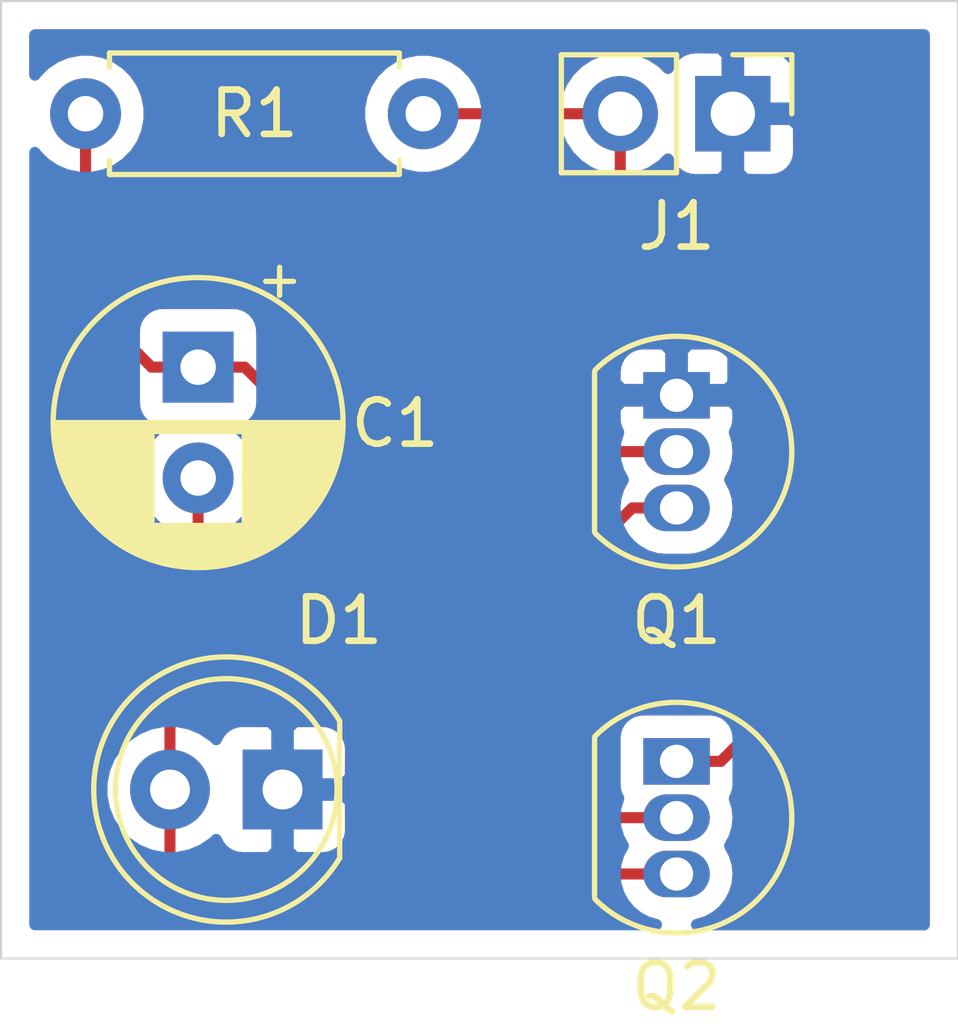
<source format=kicad_pcb>
(kicad_pcb (version 20171130) (host pcbnew "(5.1.5)-3")

  (general
    (thickness 1.6)
    (drawings 4)
    (tracks 29)
    (zones 0)
    (modules 6)
    (nets 6)
  )

  (page A4)
  (layers
    (0 F.Cu signal)
    (31 B.Cu signal)
    (32 B.Adhes user hide)
    (33 F.Adhes user hide)
    (34 B.Paste user hide)
    (35 F.Paste user hide)
    (36 B.SilkS user)
    (37 F.SilkS user)
    (38 B.Mask user)
    (39 F.Mask user)
    (40 Dwgs.User user hide)
    (41 Cmts.User user hide)
    (42 Eco1.User user hide)
    (43 Eco2.User user hide)
    (44 Edge.Cuts user)
    (45 Margin user hide)
    (46 B.CrtYd user)
    (47 F.CrtYd user)
    (48 B.Fab user hide)
    (49 F.Fab user hide)
  )

  (setup
    (last_trace_width 0.25)
    (trace_clearance 0.2)
    (zone_clearance 0.508)
    (zone_45_only no)
    (trace_min 0.2)
    (via_size 0.8)
    (via_drill 0.4)
    (via_min_size 0.4)
    (via_min_drill 0.3)
    (uvia_size 0.3)
    (uvia_drill 0.1)
    (uvias_allowed no)
    (uvia_min_size 0.2)
    (uvia_min_drill 0.1)
    (edge_width 0.05)
    (segment_width 0.2)
    (pcb_text_width 0.3)
    (pcb_text_size 1.5 1.5)
    (mod_edge_width 0.12)
    (mod_text_size 1 1)
    (mod_text_width 0.15)
    (pad_size 1.524 1.524)
    (pad_drill 0.762)
    (pad_to_mask_clearance 0.051)
    (solder_mask_min_width 0.25)
    (aux_axis_origin 0 0)
    (visible_elements FFFFFF7F)
    (pcbplotparams
      (layerselection 0x010f0_ffffffff)
      (usegerberextensions false)
      (usegerberattributes false)
      (usegerberadvancedattributes false)
      (creategerberjobfile false)
      (excludeedgelayer true)
      (linewidth 0.100000)
      (plotframeref false)
      (viasonmask false)
      (mode 1)
      (useauxorigin false)
      (hpglpennumber 1)
      (hpglpenspeed 20)
      (hpglpendiameter 15.000000)
      (psnegative false)
      (psa4output false)
      (plotreference true)
      (plotvalue true)
      (plotinvisibletext false)
      (padsonsilk false)
      (subtractmaskfromsilk false)
      (outputformat 1)
      (mirror false)
      (drillshape 0)
      (scaleselection 1)
      (outputdirectory ""))
  )

  (net 0 "")
  (net 1 "Net-(C1-Pad1)")
  (net 2 "Net-(C1-Pad2)")
  (net 3 GND)
  (net 4 +5V)
  (net 5 "Net-(Q1-Pad3)")

  (net_class Default "This is the default net class."
    (clearance 0.2)
    (trace_width 0.25)
    (via_dia 0.8)
    (via_drill 0.4)
    (uvia_dia 0.3)
    (uvia_drill 0.1)
    (add_net +5V)
    (add_net GND)
    (add_net "Net-(C1-Pad1)")
    (add_net "Net-(C1-Pad2)")
    (add_net "Net-(Q1-Pad3)")
  )

  (module Capacitor_THT:CP_Radial_D6.3mm_P2.50mm (layer F.Cu) (tedit 5AE50EF0) (tstamp 5EBEB2E0)
    (at 83.185 108.585 270)
    (descr "CP, Radial series, Radial, pin pitch=2.50mm, , diameter=6.3mm, Electrolytic Capacitor")
    (tags "CP Radial series Radial pin pitch 2.50mm  diameter 6.3mm Electrolytic Capacitor")
    (path /5EBE4DE5)
    (fp_text reference C1 (at 1.27 -4.445 180) (layer F.SilkS)
      (effects (font (size 1 1) (thickness 0.15)))
    )
    (fp_text value 4.7uF (at 1.25 4.4 90) (layer F.Fab)
      (effects (font (size 1 1) (thickness 0.15)))
    )
    (fp_circle (center 1.25 0) (end 4.4 0) (layer F.Fab) (width 0.1))
    (fp_circle (center 1.25 0) (end 4.52 0) (layer F.SilkS) (width 0.12))
    (fp_circle (center 1.25 0) (end 4.65 0) (layer F.CrtYd) (width 0.05))
    (fp_line (start -1.443972 -1.3735) (end -0.813972 -1.3735) (layer F.Fab) (width 0.1))
    (fp_line (start -1.128972 -1.6885) (end -1.128972 -1.0585) (layer F.Fab) (width 0.1))
    (fp_line (start 1.25 -3.23) (end 1.25 3.23) (layer F.SilkS) (width 0.12))
    (fp_line (start 1.29 -3.23) (end 1.29 3.23) (layer F.SilkS) (width 0.12))
    (fp_line (start 1.33 -3.23) (end 1.33 3.23) (layer F.SilkS) (width 0.12))
    (fp_line (start 1.37 -3.228) (end 1.37 3.228) (layer F.SilkS) (width 0.12))
    (fp_line (start 1.41 -3.227) (end 1.41 3.227) (layer F.SilkS) (width 0.12))
    (fp_line (start 1.45 -3.224) (end 1.45 3.224) (layer F.SilkS) (width 0.12))
    (fp_line (start 1.49 -3.222) (end 1.49 -1.04) (layer F.SilkS) (width 0.12))
    (fp_line (start 1.49 1.04) (end 1.49 3.222) (layer F.SilkS) (width 0.12))
    (fp_line (start 1.53 -3.218) (end 1.53 -1.04) (layer F.SilkS) (width 0.12))
    (fp_line (start 1.53 1.04) (end 1.53 3.218) (layer F.SilkS) (width 0.12))
    (fp_line (start 1.57 -3.215) (end 1.57 -1.04) (layer F.SilkS) (width 0.12))
    (fp_line (start 1.57 1.04) (end 1.57 3.215) (layer F.SilkS) (width 0.12))
    (fp_line (start 1.61 -3.211) (end 1.61 -1.04) (layer F.SilkS) (width 0.12))
    (fp_line (start 1.61 1.04) (end 1.61 3.211) (layer F.SilkS) (width 0.12))
    (fp_line (start 1.65 -3.206) (end 1.65 -1.04) (layer F.SilkS) (width 0.12))
    (fp_line (start 1.65 1.04) (end 1.65 3.206) (layer F.SilkS) (width 0.12))
    (fp_line (start 1.69 -3.201) (end 1.69 -1.04) (layer F.SilkS) (width 0.12))
    (fp_line (start 1.69 1.04) (end 1.69 3.201) (layer F.SilkS) (width 0.12))
    (fp_line (start 1.73 -3.195) (end 1.73 -1.04) (layer F.SilkS) (width 0.12))
    (fp_line (start 1.73 1.04) (end 1.73 3.195) (layer F.SilkS) (width 0.12))
    (fp_line (start 1.77 -3.189) (end 1.77 -1.04) (layer F.SilkS) (width 0.12))
    (fp_line (start 1.77 1.04) (end 1.77 3.189) (layer F.SilkS) (width 0.12))
    (fp_line (start 1.81 -3.182) (end 1.81 -1.04) (layer F.SilkS) (width 0.12))
    (fp_line (start 1.81 1.04) (end 1.81 3.182) (layer F.SilkS) (width 0.12))
    (fp_line (start 1.85 -3.175) (end 1.85 -1.04) (layer F.SilkS) (width 0.12))
    (fp_line (start 1.85 1.04) (end 1.85 3.175) (layer F.SilkS) (width 0.12))
    (fp_line (start 1.89 -3.167) (end 1.89 -1.04) (layer F.SilkS) (width 0.12))
    (fp_line (start 1.89 1.04) (end 1.89 3.167) (layer F.SilkS) (width 0.12))
    (fp_line (start 1.93 -3.159) (end 1.93 -1.04) (layer F.SilkS) (width 0.12))
    (fp_line (start 1.93 1.04) (end 1.93 3.159) (layer F.SilkS) (width 0.12))
    (fp_line (start 1.971 -3.15) (end 1.971 -1.04) (layer F.SilkS) (width 0.12))
    (fp_line (start 1.971 1.04) (end 1.971 3.15) (layer F.SilkS) (width 0.12))
    (fp_line (start 2.011 -3.141) (end 2.011 -1.04) (layer F.SilkS) (width 0.12))
    (fp_line (start 2.011 1.04) (end 2.011 3.141) (layer F.SilkS) (width 0.12))
    (fp_line (start 2.051 -3.131) (end 2.051 -1.04) (layer F.SilkS) (width 0.12))
    (fp_line (start 2.051 1.04) (end 2.051 3.131) (layer F.SilkS) (width 0.12))
    (fp_line (start 2.091 -3.121) (end 2.091 -1.04) (layer F.SilkS) (width 0.12))
    (fp_line (start 2.091 1.04) (end 2.091 3.121) (layer F.SilkS) (width 0.12))
    (fp_line (start 2.131 -3.11) (end 2.131 -1.04) (layer F.SilkS) (width 0.12))
    (fp_line (start 2.131 1.04) (end 2.131 3.11) (layer F.SilkS) (width 0.12))
    (fp_line (start 2.171 -3.098) (end 2.171 -1.04) (layer F.SilkS) (width 0.12))
    (fp_line (start 2.171 1.04) (end 2.171 3.098) (layer F.SilkS) (width 0.12))
    (fp_line (start 2.211 -3.086) (end 2.211 -1.04) (layer F.SilkS) (width 0.12))
    (fp_line (start 2.211 1.04) (end 2.211 3.086) (layer F.SilkS) (width 0.12))
    (fp_line (start 2.251 -3.074) (end 2.251 -1.04) (layer F.SilkS) (width 0.12))
    (fp_line (start 2.251 1.04) (end 2.251 3.074) (layer F.SilkS) (width 0.12))
    (fp_line (start 2.291 -3.061) (end 2.291 -1.04) (layer F.SilkS) (width 0.12))
    (fp_line (start 2.291 1.04) (end 2.291 3.061) (layer F.SilkS) (width 0.12))
    (fp_line (start 2.331 -3.047) (end 2.331 -1.04) (layer F.SilkS) (width 0.12))
    (fp_line (start 2.331 1.04) (end 2.331 3.047) (layer F.SilkS) (width 0.12))
    (fp_line (start 2.371 -3.033) (end 2.371 -1.04) (layer F.SilkS) (width 0.12))
    (fp_line (start 2.371 1.04) (end 2.371 3.033) (layer F.SilkS) (width 0.12))
    (fp_line (start 2.411 -3.018) (end 2.411 -1.04) (layer F.SilkS) (width 0.12))
    (fp_line (start 2.411 1.04) (end 2.411 3.018) (layer F.SilkS) (width 0.12))
    (fp_line (start 2.451 -3.002) (end 2.451 -1.04) (layer F.SilkS) (width 0.12))
    (fp_line (start 2.451 1.04) (end 2.451 3.002) (layer F.SilkS) (width 0.12))
    (fp_line (start 2.491 -2.986) (end 2.491 -1.04) (layer F.SilkS) (width 0.12))
    (fp_line (start 2.491 1.04) (end 2.491 2.986) (layer F.SilkS) (width 0.12))
    (fp_line (start 2.531 -2.97) (end 2.531 -1.04) (layer F.SilkS) (width 0.12))
    (fp_line (start 2.531 1.04) (end 2.531 2.97) (layer F.SilkS) (width 0.12))
    (fp_line (start 2.571 -2.952) (end 2.571 -1.04) (layer F.SilkS) (width 0.12))
    (fp_line (start 2.571 1.04) (end 2.571 2.952) (layer F.SilkS) (width 0.12))
    (fp_line (start 2.611 -2.934) (end 2.611 -1.04) (layer F.SilkS) (width 0.12))
    (fp_line (start 2.611 1.04) (end 2.611 2.934) (layer F.SilkS) (width 0.12))
    (fp_line (start 2.651 -2.916) (end 2.651 -1.04) (layer F.SilkS) (width 0.12))
    (fp_line (start 2.651 1.04) (end 2.651 2.916) (layer F.SilkS) (width 0.12))
    (fp_line (start 2.691 -2.896) (end 2.691 -1.04) (layer F.SilkS) (width 0.12))
    (fp_line (start 2.691 1.04) (end 2.691 2.896) (layer F.SilkS) (width 0.12))
    (fp_line (start 2.731 -2.876) (end 2.731 -1.04) (layer F.SilkS) (width 0.12))
    (fp_line (start 2.731 1.04) (end 2.731 2.876) (layer F.SilkS) (width 0.12))
    (fp_line (start 2.771 -2.856) (end 2.771 -1.04) (layer F.SilkS) (width 0.12))
    (fp_line (start 2.771 1.04) (end 2.771 2.856) (layer F.SilkS) (width 0.12))
    (fp_line (start 2.811 -2.834) (end 2.811 -1.04) (layer F.SilkS) (width 0.12))
    (fp_line (start 2.811 1.04) (end 2.811 2.834) (layer F.SilkS) (width 0.12))
    (fp_line (start 2.851 -2.812) (end 2.851 -1.04) (layer F.SilkS) (width 0.12))
    (fp_line (start 2.851 1.04) (end 2.851 2.812) (layer F.SilkS) (width 0.12))
    (fp_line (start 2.891 -2.79) (end 2.891 -1.04) (layer F.SilkS) (width 0.12))
    (fp_line (start 2.891 1.04) (end 2.891 2.79) (layer F.SilkS) (width 0.12))
    (fp_line (start 2.931 -2.766) (end 2.931 -1.04) (layer F.SilkS) (width 0.12))
    (fp_line (start 2.931 1.04) (end 2.931 2.766) (layer F.SilkS) (width 0.12))
    (fp_line (start 2.971 -2.742) (end 2.971 -1.04) (layer F.SilkS) (width 0.12))
    (fp_line (start 2.971 1.04) (end 2.971 2.742) (layer F.SilkS) (width 0.12))
    (fp_line (start 3.011 -2.716) (end 3.011 -1.04) (layer F.SilkS) (width 0.12))
    (fp_line (start 3.011 1.04) (end 3.011 2.716) (layer F.SilkS) (width 0.12))
    (fp_line (start 3.051 -2.69) (end 3.051 -1.04) (layer F.SilkS) (width 0.12))
    (fp_line (start 3.051 1.04) (end 3.051 2.69) (layer F.SilkS) (width 0.12))
    (fp_line (start 3.091 -2.664) (end 3.091 -1.04) (layer F.SilkS) (width 0.12))
    (fp_line (start 3.091 1.04) (end 3.091 2.664) (layer F.SilkS) (width 0.12))
    (fp_line (start 3.131 -2.636) (end 3.131 -1.04) (layer F.SilkS) (width 0.12))
    (fp_line (start 3.131 1.04) (end 3.131 2.636) (layer F.SilkS) (width 0.12))
    (fp_line (start 3.171 -2.607) (end 3.171 -1.04) (layer F.SilkS) (width 0.12))
    (fp_line (start 3.171 1.04) (end 3.171 2.607) (layer F.SilkS) (width 0.12))
    (fp_line (start 3.211 -2.578) (end 3.211 -1.04) (layer F.SilkS) (width 0.12))
    (fp_line (start 3.211 1.04) (end 3.211 2.578) (layer F.SilkS) (width 0.12))
    (fp_line (start 3.251 -2.548) (end 3.251 -1.04) (layer F.SilkS) (width 0.12))
    (fp_line (start 3.251 1.04) (end 3.251 2.548) (layer F.SilkS) (width 0.12))
    (fp_line (start 3.291 -2.516) (end 3.291 -1.04) (layer F.SilkS) (width 0.12))
    (fp_line (start 3.291 1.04) (end 3.291 2.516) (layer F.SilkS) (width 0.12))
    (fp_line (start 3.331 -2.484) (end 3.331 -1.04) (layer F.SilkS) (width 0.12))
    (fp_line (start 3.331 1.04) (end 3.331 2.484) (layer F.SilkS) (width 0.12))
    (fp_line (start 3.371 -2.45) (end 3.371 -1.04) (layer F.SilkS) (width 0.12))
    (fp_line (start 3.371 1.04) (end 3.371 2.45) (layer F.SilkS) (width 0.12))
    (fp_line (start 3.411 -2.416) (end 3.411 -1.04) (layer F.SilkS) (width 0.12))
    (fp_line (start 3.411 1.04) (end 3.411 2.416) (layer F.SilkS) (width 0.12))
    (fp_line (start 3.451 -2.38) (end 3.451 -1.04) (layer F.SilkS) (width 0.12))
    (fp_line (start 3.451 1.04) (end 3.451 2.38) (layer F.SilkS) (width 0.12))
    (fp_line (start 3.491 -2.343) (end 3.491 -1.04) (layer F.SilkS) (width 0.12))
    (fp_line (start 3.491 1.04) (end 3.491 2.343) (layer F.SilkS) (width 0.12))
    (fp_line (start 3.531 -2.305) (end 3.531 -1.04) (layer F.SilkS) (width 0.12))
    (fp_line (start 3.531 1.04) (end 3.531 2.305) (layer F.SilkS) (width 0.12))
    (fp_line (start 3.571 -2.265) (end 3.571 2.265) (layer F.SilkS) (width 0.12))
    (fp_line (start 3.611 -2.224) (end 3.611 2.224) (layer F.SilkS) (width 0.12))
    (fp_line (start 3.651 -2.182) (end 3.651 2.182) (layer F.SilkS) (width 0.12))
    (fp_line (start 3.691 -2.137) (end 3.691 2.137) (layer F.SilkS) (width 0.12))
    (fp_line (start 3.731 -2.092) (end 3.731 2.092) (layer F.SilkS) (width 0.12))
    (fp_line (start 3.771 -2.044) (end 3.771 2.044) (layer F.SilkS) (width 0.12))
    (fp_line (start 3.811 -1.995) (end 3.811 1.995) (layer F.SilkS) (width 0.12))
    (fp_line (start 3.851 -1.944) (end 3.851 1.944) (layer F.SilkS) (width 0.12))
    (fp_line (start 3.891 -1.89) (end 3.891 1.89) (layer F.SilkS) (width 0.12))
    (fp_line (start 3.931 -1.834) (end 3.931 1.834) (layer F.SilkS) (width 0.12))
    (fp_line (start 3.971 -1.776) (end 3.971 1.776) (layer F.SilkS) (width 0.12))
    (fp_line (start 4.011 -1.714) (end 4.011 1.714) (layer F.SilkS) (width 0.12))
    (fp_line (start 4.051 -1.65) (end 4.051 1.65) (layer F.SilkS) (width 0.12))
    (fp_line (start 4.091 -1.581) (end 4.091 1.581) (layer F.SilkS) (width 0.12))
    (fp_line (start 4.131 -1.509) (end 4.131 1.509) (layer F.SilkS) (width 0.12))
    (fp_line (start 4.171 -1.432) (end 4.171 1.432) (layer F.SilkS) (width 0.12))
    (fp_line (start 4.211 -1.35) (end 4.211 1.35) (layer F.SilkS) (width 0.12))
    (fp_line (start 4.251 -1.262) (end 4.251 1.262) (layer F.SilkS) (width 0.12))
    (fp_line (start 4.291 -1.165) (end 4.291 1.165) (layer F.SilkS) (width 0.12))
    (fp_line (start 4.331 -1.059) (end 4.331 1.059) (layer F.SilkS) (width 0.12))
    (fp_line (start 4.371 -0.94) (end 4.371 0.94) (layer F.SilkS) (width 0.12))
    (fp_line (start 4.411 -0.802) (end 4.411 0.802) (layer F.SilkS) (width 0.12))
    (fp_line (start 4.451 -0.633) (end 4.451 0.633) (layer F.SilkS) (width 0.12))
    (fp_line (start 4.491 -0.402) (end 4.491 0.402) (layer F.SilkS) (width 0.12))
    (fp_line (start -2.250241 -1.839) (end -1.620241 -1.839) (layer F.SilkS) (width 0.12))
    (fp_line (start -1.935241 -2.154) (end -1.935241 -1.524) (layer F.SilkS) (width 0.12))
    (fp_text user %R (at 1.25 0 90) (layer F.Fab)
      (effects (font (size 1 1) (thickness 0.15)))
    )
    (pad 1 thru_hole rect (at 0 0 270) (size 1.6 1.6) (drill 0.8) (layers *.Cu *.Mask)
      (net 1 "Net-(C1-Pad1)"))
    (pad 2 thru_hole circle (at 2.5 0 270) (size 1.6 1.6) (drill 0.8) (layers *.Cu *.Mask)
      (net 2 "Net-(C1-Pad2)"))
    (model ${KISYS3DMOD}/Capacitor_THT.3dshapes/CP_Radial_D6.3mm_P2.50mm.wrl
      (at (xyz 0 0 0))
      (scale (xyz 1 1 1))
      (rotate (xyz 0 0 0))
    )
  )

  (module LED_THT:LED_D5.0mm (layer F.Cu) (tedit 5995936A) (tstamp 5EBEB2F2)
    (at 85.09 118.11 180)
    (descr "LED, diameter 5.0mm, 2 pins, http://cdn-reichelt.de/documents/datenblatt/A500/LL-504BC2E-009.pdf")
    (tags "LED diameter 5.0mm 2 pins")
    (path /5EBE5B9E)
    (fp_text reference D1 (at -1.27 3.81) (layer F.SilkS)
      (effects (font (size 1 1) (thickness 0.15)))
    )
    (fp_text value R_LED (at 1.27 3.96) (layer F.Fab)
      (effects (font (size 1 1) (thickness 0.15)))
    )
    (fp_arc (start 1.27 0) (end -1.23 -1.469694) (angle 299.1) (layer F.Fab) (width 0.1))
    (fp_arc (start 1.27 0) (end -1.29 -1.54483) (angle 148.9) (layer F.SilkS) (width 0.12))
    (fp_arc (start 1.27 0) (end -1.29 1.54483) (angle -148.9) (layer F.SilkS) (width 0.12))
    (fp_circle (center 1.27 0) (end 3.77 0) (layer F.Fab) (width 0.1))
    (fp_circle (center 1.27 0) (end 3.77 0) (layer F.SilkS) (width 0.12))
    (fp_line (start -1.23 -1.469694) (end -1.23 1.469694) (layer F.Fab) (width 0.1))
    (fp_line (start -1.29 -1.545) (end -1.29 1.545) (layer F.SilkS) (width 0.12))
    (fp_line (start -1.95 -3.25) (end -1.95 3.25) (layer F.CrtYd) (width 0.05))
    (fp_line (start -1.95 3.25) (end 4.5 3.25) (layer F.CrtYd) (width 0.05))
    (fp_line (start 4.5 3.25) (end 4.5 -3.25) (layer F.CrtYd) (width 0.05))
    (fp_line (start 4.5 -3.25) (end -1.95 -3.25) (layer F.CrtYd) (width 0.05))
    (fp_text user %R (at 1.25 0) (layer F.Fab)
      (effects (font (size 0.8 0.8) (thickness 0.2)))
    )
    (pad 1 thru_hole rect (at 0 0 180) (size 1.8 1.8) (drill 0.9) (layers *.Cu *.Mask)
      (net 3 GND))
    (pad 2 thru_hole circle (at 2.54 0 180) (size 1.8 1.8) (drill 0.9) (layers *.Cu *.Mask)
      (net 2 "Net-(C1-Pad2)"))
    (model ${KISYS3DMOD}/LED_THT.3dshapes/LED_D5.0mm.wrl
      (at (xyz 0 0 0))
      (scale (xyz 1 1 1))
      (rotate (xyz 0 0 0))
    )
  )

  (module Connector_PinHeader_2.54mm:PinHeader_1x02_P2.54mm_Vertical (layer F.Cu) (tedit 59FED5CC) (tstamp 5EBEB308)
    (at 95.25 102.87 270)
    (descr "Through hole straight pin header, 1x02, 2.54mm pitch, single row")
    (tags "Through hole pin header THT 1x02 2.54mm single row")
    (path /5EBE7DB9)
    (fp_text reference J1 (at 2.54 1.27 180) (layer F.SilkS)
      (effects (font (size 1 1) (thickness 0.15)))
    )
    (fp_text value Conn_01x02_Male (at 0 4.87 90) (layer F.Fab)
      (effects (font (size 1 1) (thickness 0.15)))
    )
    (fp_line (start -0.635 -1.27) (end 1.27 -1.27) (layer F.Fab) (width 0.1))
    (fp_line (start 1.27 -1.27) (end 1.27 3.81) (layer F.Fab) (width 0.1))
    (fp_line (start 1.27 3.81) (end -1.27 3.81) (layer F.Fab) (width 0.1))
    (fp_line (start -1.27 3.81) (end -1.27 -0.635) (layer F.Fab) (width 0.1))
    (fp_line (start -1.27 -0.635) (end -0.635 -1.27) (layer F.Fab) (width 0.1))
    (fp_line (start -1.33 3.87) (end 1.33 3.87) (layer F.SilkS) (width 0.12))
    (fp_line (start -1.33 1.27) (end -1.33 3.87) (layer F.SilkS) (width 0.12))
    (fp_line (start 1.33 1.27) (end 1.33 3.87) (layer F.SilkS) (width 0.12))
    (fp_line (start -1.33 1.27) (end 1.33 1.27) (layer F.SilkS) (width 0.12))
    (fp_line (start -1.33 0) (end -1.33 -1.33) (layer F.SilkS) (width 0.12))
    (fp_line (start -1.33 -1.33) (end 0 -1.33) (layer F.SilkS) (width 0.12))
    (fp_line (start -1.8 -1.8) (end -1.8 4.35) (layer F.CrtYd) (width 0.05))
    (fp_line (start -1.8 4.35) (end 1.8 4.35) (layer F.CrtYd) (width 0.05))
    (fp_line (start 1.8 4.35) (end 1.8 -1.8) (layer F.CrtYd) (width 0.05))
    (fp_line (start 1.8 -1.8) (end -1.8 -1.8) (layer F.CrtYd) (width 0.05))
    (fp_text user %R (at 0 1.27) (layer F.Fab)
      (effects (font (size 1 1) (thickness 0.15)))
    )
    (pad 1 thru_hole rect (at 0 0 270) (size 1.7 1.7) (drill 1) (layers *.Cu *.Mask)
      (net 3 GND))
    (pad 2 thru_hole oval (at 0 2.54 270) (size 1.7 1.7) (drill 1) (layers *.Cu *.Mask)
      (net 4 +5V))
    (model ${KISYS3DMOD}/Connector_PinHeader_2.54mm.3dshapes/PinHeader_1x02_P2.54mm_Vertical.wrl
      (at (xyz 0 0 0))
      (scale (xyz 1 1 1))
      (rotate (xyz 0 0 0))
    )
  )

  (module Package_TO_SOT_THT:TO-92_Inline (layer F.Cu) (tedit 5A1DD157) (tstamp 5EBEB31A)
    (at 93.98 109.22 270)
    (descr "TO-92 leads in-line, narrow, oval pads, drill 0.75mm (see NXP sot054_po.pdf)")
    (tags "to-92 sc-43 sc-43a sot54 PA33 transistor")
    (path /5EBE695F)
    (fp_text reference Q1 (at 5.08 0 180) (layer F.SilkS)
      (effects (font (size 1 1) (thickness 0.15)))
    )
    (fp_text value 2N3904 (at 1.27 2.79 90) (layer F.Fab)
      (effects (font (size 1 1) (thickness 0.15)))
    )
    (fp_arc (start 1.27 0) (end 1.27 -2.6) (angle 135) (layer F.SilkS) (width 0.12))
    (fp_arc (start 1.27 0) (end 1.27 -2.48) (angle -135) (layer F.Fab) (width 0.1))
    (fp_arc (start 1.27 0) (end 1.27 -2.6) (angle -135) (layer F.SilkS) (width 0.12))
    (fp_arc (start 1.27 0) (end 1.27 -2.48) (angle 135) (layer F.Fab) (width 0.1))
    (fp_line (start 4 2.01) (end -1.46 2.01) (layer F.CrtYd) (width 0.05))
    (fp_line (start 4 2.01) (end 4 -2.73) (layer F.CrtYd) (width 0.05))
    (fp_line (start -1.46 -2.73) (end -1.46 2.01) (layer F.CrtYd) (width 0.05))
    (fp_line (start -1.46 -2.73) (end 4 -2.73) (layer F.CrtYd) (width 0.05))
    (fp_line (start -0.5 1.75) (end 3 1.75) (layer F.Fab) (width 0.1))
    (fp_line (start -0.53 1.85) (end 3.07 1.85) (layer F.SilkS) (width 0.12))
    (fp_text user %R (at 1.27 -3.56 90) (layer F.Fab)
      (effects (font (size 1 1) (thickness 0.15)))
    )
    (pad 1 thru_hole rect (at 0 0 270) (size 1.05 1.5) (drill 0.75) (layers *.Cu *.Mask)
      (net 3 GND))
    (pad 3 thru_hole oval (at 2.54 0 270) (size 1.05 1.5) (drill 0.75) (layers *.Cu *.Mask)
      (net 5 "Net-(Q1-Pad3)"))
    (pad 2 thru_hole oval (at 1.27 0 270) (size 1.05 1.5) (drill 0.75) (layers *.Cu *.Mask)
      (net 1 "Net-(C1-Pad1)"))
    (model ${KISYS3DMOD}/Package_TO_SOT_THT.3dshapes/TO-92_Inline.wrl
      (at (xyz 0 0 0))
      (scale (xyz 1 1 1))
      (rotate (xyz 0 0 0))
    )
  )

  (module Package_TO_SOT_THT:TO-92_Inline (layer F.Cu) (tedit 5A1DD157) (tstamp 5EBEB32C)
    (at 93.98 117.475 270)
    (descr "TO-92 leads in-line, narrow, oval pads, drill 0.75mm (see NXP sot054_po.pdf)")
    (tags "to-92 sc-43 sc-43a sot54 PA33 transistor")
    (path /5EBE7183)
    (fp_text reference Q2 (at 5.08 0 180) (layer F.SilkS)
      (effects (font (size 1 1) (thickness 0.15)))
    )
    (fp_text value 2N3905 (at 1.27 2.79 90) (layer F.Fab)
      (effects (font (size 1 1) (thickness 0.15)))
    )
    (fp_text user %R (at 1.27 -3.56 90) (layer F.Fab)
      (effects (font (size 1 1) (thickness 0.15)))
    )
    (fp_line (start -0.53 1.85) (end 3.07 1.85) (layer F.SilkS) (width 0.12))
    (fp_line (start -0.5 1.75) (end 3 1.75) (layer F.Fab) (width 0.1))
    (fp_line (start -1.46 -2.73) (end 4 -2.73) (layer F.CrtYd) (width 0.05))
    (fp_line (start -1.46 -2.73) (end -1.46 2.01) (layer F.CrtYd) (width 0.05))
    (fp_line (start 4 2.01) (end 4 -2.73) (layer F.CrtYd) (width 0.05))
    (fp_line (start 4 2.01) (end -1.46 2.01) (layer F.CrtYd) (width 0.05))
    (fp_arc (start 1.27 0) (end 1.27 -2.48) (angle 135) (layer F.Fab) (width 0.1))
    (fp_arc (start 1.27 0) (end 1.27 -2.6) (angle -135) (layer F.SilkS) (width 0.12))
    (fp_arc (start 1.27 0) (end 1.27 -2.48) (angle -135) (layer F.Fab) (width 0.1))
    (fp_arc (start 1.27 0) (end 1.27 -2.6) (angle 135) (layer F.SilkS) (width 0.12))
    (pad 2 thru_hole oval (at 1.27 0 270) (size 1.05 1.5) (drill 0.75) (layers *.Cu *.Mask)
      (net 5 "Net-(Q1-Pad3)"))
    (pad 3 thru_hole oval (at 2.54 0 270) (size 1.05 1.5) (drill 0.75) (layers *.Cu *.Mask)
      (net 2 "Net-(C1-Pad2)"))
    (pad 1 thru_hole rect (at 0 0 270) (size 1.05 1.5) (drill 0.75) (layers *.Cu *.Mask)
      (net 4 +5V))
    (model ${KISYS3DMOD}/Package_TO_SOT_THT.3dshapes/TO-92_Inline.wrl
      (at (xyz 0 0 0))
      (scale (xyz 1 1 1))
      (rotate (xyz 0 0 0))
    )
  )

  (module Resistor_THT:R_Axial_DIN0207_L6.3mm_D2.5mm_P7.62mm_Horizontal (layer F.Cu) (tedit 5AE5139B) (tstamp 5EBEB343)
    (at 88.265 102.87 180)
    (descr "Resistor, Axial_DIN0207 series, Axial, Horizontal, pin pitch=7.62mm, 0.25W = 1/4W, length*diameter=6.3*2.5mm^2, http://cdn-reichelt.de/documents/datenblatt/B400/1_4W%23YAG.pdf")
    (tags "Resistor Axial_DIN0207 series Axial Horizontal pin pitch 7.62mm 0.25W = 1/4W length 6.3mm diameter 2.5mm")
    (path /5EBE491F)
    (fp_text reference R1 (at 3.81 0) (layer F.SilkS)
      (effects (font (size 1 1) (thickness 0.15)))
    )
    (fp_text value 1M (at 3.81 2.37) (layer F.Fab)
      (effects (font (size 1 1) (thickness 0.15)))
    )
    (fp_line (start 0.66 -1.25) (end 0.66 1.25) (layer F.Fab) (width 0.1))
    (fp_line (start 0.66 1.25) (end 6.96 1.25) (layer F.Fab) (width 0.1))
    (fp_line (start 6.96 1.25) (end 6.96 -1.25) (layer F.Fab) (width 0.1))
    (fp_line (start 6.96 -1.25) (end 0.66 -1.25) (layer F.Fab) (width 0.1))
    (fp_line (start 0 0) (end 0.66 0) (layer F.Fab) (width 0.1))
    (fp_line (start 7.62 0) (end 6.96 0) (layer F.Fab) (width 0.1))
    (fp_line (start 0.54 -1.04) (end 0.54 -1.37) (layer F.SilkS) (width 0.12))
    (fp_line (start 0.54 -1.37) (end 7.08 -1.37) (layer F.SilkS) (width 0.12))
    (fp_line (start 7.08 -1.37) (end 7.08 -1.04) (layer F.SilkS) (width 0.12))
    (fp_line (start 0.54 1.04) (end 0.54 1.37) (layer F.SilkS) (width 0.12))
    (fp_line (start 0.54 1.37) (end 7.08 1.37) (layer F.SilkS) (width 0.12))
    (fp_line (start 7.08 1.37) (end 7.08 1.04) (layer F.SilkS) (width 0.12))
    (fp_line (start -1.05 -1.5) (end -1.05 1.5) (layer F.CrtYd) (width 0.05))
    (fp_line (start -1.05 1.5) (end 8.67 1.5) (layer F.CrtYd) (width 0.05))
    (fp_line (start 8.67 1.5) (end 8.67 -1.5) (layer F.CrtYd) (width 0.05))
    (fp_line (start 8.67 -1.5) (end -1.05 -1.5) (layer F.CrtYd) (width 0.05))
    (fp_text user %R (at 3.81 0) (layer F.Fab)
      (effects (font (size 1 1) (thickness 0.15)))
    )
    (pad 1 thru_hole circle (at 0 0 180) (size 1.6 1.6) (drill 0.8) (layers *.Cu *.Mask)
      (net 4 +5V))
    (pad 2 thru_hole oval (at 7.62 0 180) (size 1.6 1.6) (drill 0.8) (layers *.Cu *.Mask)
      (net 1 "Net-(C1-Pad1)"))
    (model ${KISYS3DMOD}/Resistor_THT.3dshapes/R_Axial_DIN0207_L6.3mm_D2.5mm_P7.62mm_Horizontal.wrl
      (at (xyz 0 0 0))
      (scale (xyz 1 1 1))
      (rotate (xyz 0 0 0))
    )
  )

  (gr_line (start 78.74 121.92) (end 78.74 100.33) (layer Edge.Cuts) (width 0.05) (tstamp 5EBEBF6C))
  (gr_line (start 100.33 121.92) (end 78.74 121.92) (layer Edge.Cuts) (width 0.05))
  (gr_line (start 100.33 100.33) (end 100.33 121.92) (layer Edge.Cuts) (width 0.05))
  (gr_line (start 78.74 100.33) (end 100.33 100.33) (layer Edge.Cuts) (width 0.05))

  (segment (start 92.98 110.49) (end 93.98 110.49) (width 0.25) (layer F.Cu) (net 1))
  (segment (start 84.235 108.585) (end 86.14 110.49) (width 0.25) (layer F.Cu) (net 1))
  (segment (start 86.14 110.49) (end 92.98 110.49) (width 0.25) (layer F.Cu) (net 1))
  (segment (start 83.185 108.585) (end 84.235 108.585) (width 0.25) (layer F.Cu) (net 1))
  (segment (start 82.135 108.585) (end 83.185 108.585) (width 0.25) (layer F.Cu) (net 1))
  (segment (start 80.645 107.095) (end 82.135 108.585) (width 0.25) (layer F.Cu) (net 1))
  (segment (start 80.645 102.87) (end 80.645 107.095) (width 0.25) (layer F.Cu) (net 1))
  (segment (start 83.185 111.085) (end 83.185 114.935) (width 0.25) (layer F.Cu) (net 2))
  (segment (start 82.55 115.57) (end 82.55 118.11) (width 0.25) (layer F.Cu) (net 2))
  (segment (start 83.185 114.935) (end 82.55 115.57) (width 0.25) (layer F.Cu) (net 2))
  (segment (start 82.55 118.11) (end 82.55 120.015) (width 0.25) (layer F.Cu) (net 2))
  (segment (start 82.55 120.015) (end 93.98 120.015) (width 0.25) (layer F.Cu) (net 2))
  (segment (start 85.09 118.11) (end 85.09 115.57) (width 0.25) (layer B.Cu) (net 3))
  (segment (start 91.44 109.22) (end 93.98 109.22) (width 0.25) (layer B.Cu) (net 3))
  (segment (start 85.09 115.57) (end 91.44 109.22) (width 0.25) (layer B.Cu) (net 3))
  (segment (start 94.98 109.22) (end 93.98 109.22) (width 0.25) (layer B.Cu) (net 3))
  (segment (start 95.25 108.95) (end 94.98 109.22) (width 0.25) (layer B.Cu) (net 3))
  (segment (start 95.25 102.87) (end 95.25 108.95) (width 0.25) (layer B.Cu) (net 3))
  (segment (start 94.98 117.475) (end 97.155 115.3) (width 0.25) (layer F.Cu) (net 4))
  (segment (start 93.98 117.475) (end 94.98 117.475) (width 0.25) (layer F.Cu) (net 4))
  (segment (start 97.155 107.315) (end 95.25 105.41) (width 0.25) (layer F.Cu) (net 4))
  (segment (start 97.155 115.3) (end 97.155 107.315) (width 0.25) (layer F.Cu) (net 4))
  (segment (start 95.25 105.41) (end 92.71 105.41) (width 0.25) (layer F.Cu) (net 4))
  (segment (start 92.71 105.41) (end 92.71 102.87) (width 0.25) (layer F.Cu) (net 4))
  (segment (start 88.265 102.87) (end 92.71 102.87) (width 0.25) (layer F.Cu) (net 4))
  (segment (start 93.98 118.745) (end 92.075 118.745) (width 0.25) (layer F.Cu) (net 5))
  (segment (start 92.075 112.665) (end 92.98 111.76) (width 0.25) (layer F.Cu) (net 5))
  (segment (start 92.98 111.76) (end 93.98 111.76) (width 0.25) (layer F.Cu) (net 5))
  (segment (start 92.075 118.745) (end 92.075 112.665) (width 0.25) (layer F.Cu) (net 5))

  (zone (net 3) (net_name GND) (layer F.Cu) (tstamp 5EBEC6E9) (hatch edge 0.508)
    (connect_pads (clearance 0.508))
    (min_thickness 0.254)
    (fill yes (arc_segments 32) (thermal_gap 0.508) (thermal_bridge_width 0.508))
    (polygon
      (pts
        (xy 99.695 121.285) (xy 79.375 121.285) (xy 79.375 100.965) (xy 99.695 100.965)
      )
    )
    (filled_polygon
      (pts
        (xy 99.568 121.158) (xy 94.433109 121.158) (xy 94.65106 121.091885) (xy 94.852579 120.984171) (xy 95.029212 120.839212)
        (xy 95.174171 120.662579) (xy 95.281885 120.46106) (xy 95.348215 120.2424) (xy 95.370612 120.015) (xy 95.348215 119.7876)
        (xy 95.281885 119.56894) (xy 95.180895 119.38) (xy 95.281885 119.19106) (xy 95.348215 118.9724) (xy 95.370612 118.745)
        (xy 95.348215 118.5176) (xy 95.284907 118.308902) (xy 95.319502 118.24418) (xy 95.351686 118.138084) (xy 95.404276 118.109974)
        (xy 95.520001 118.015001) (xy 95.543804 117.985998) (xy 97.666009 115.863794) (xy 97.695001 115.840001) (xy 97.718795 115.811008)
        (xy 97.718799 115.811004) (xy 97.789973 115.724277) (xy 97.789974 115.724276) (xy 97.860546 115.592247) (xy 97.904003 115.448986)
        (xy 97.915 115.337333) (xy 97.915 115.337324) (xy 97.918676 115.300001) (xy 97.915 115.262678) (xy 97.915 107.352323)
        (xy 97.918676 107.315) (xy 97.915 107.277677) (xy 97.915 107.277667) (xy 97.904003 107.166014) (xy 97.860546 107.022753)
        (xy 97.789974 106.890724) (xy 97.695001 106.774999) (xy 97.666003 106.751201) (xy 95.813804 104.899003) (xy 95.790001 104.869999)
        (xy 95.674276 104.775026) (xy 95.542247 104.704454) (xy 95.398986 104.660997) (xy 95.287333 104.65) (xy 95.287322 104.65)
        (xy 95.25 104.646324) (xy 95.212678 104.65) (xy 93.47 104.65) (xy 93.47 104.148178) (xy 93.656632 104.023475)
        (xy 93.788487 103.89162) (xy 93.810498 103.96418) (xy 93.869463 104.074494) (xy 93.948815 104.171185) (xy 94.045506 104.250537)
        (xy 94.15582 104.309502) (xy 94.275518 104.345812) (xy 94.4 104.358072) (xy 94.96425 104.355) (xy 95.123 104.19625)
        (xy 95.123 102.997) (xy 95.377 102.997) (xy 95.377 104.19625) (xy 95.53575 104.355) (xy 96.1 104.358072)
        (xy 96.224482 104.345812) (xy 96.34418 104.309502) (xy 96.454494 104.250537) (xy 96.551185 104.171185) (xy 96.630537 104.074494)
        (xy 96.689502 103.96418) (xy 96.725812 103.844482) (xy 96.738072 103.72) (xy 96.735 103.15575) (xy 96.57625 102.997)
        (xy 95.377 102.997) (xy 95.123 102.997) (xy 95.103 102.997) (xy 95.103 102.743) (xy 95.123 102.743)
        (xy 95.123 101.54375) (xy 95.377 101.54375) (xy 95.377 102.743) (xy 96.57625 102.743) (xy 96.735 102.58425)
        (xy 96.738072 102.02) (xy 96.725812 101.895518) (xy 96.689502 101.77582) (xy 96.630537 101.665506) (xy 96.551185 101.568815)
        (xy 96.454494 101.489463) (xy 96.34418 101.430498) (xy 96.224482 101.394188) (xy 96.1 101.381928) (xy 95.53575 101.385)
        (xy 95.377 101.54375) (xy 95.123 101.54375) (xy 94.96425 101.385) (xy 94.4 101.381928) (xy 94.275518 101.394188)
        (xy 94.15582 101.430498) (xy 94.045506 101.489463) (xy 93.948815 101.568815) (xy 93.869463 101.665506) (xy 93.810498 101.77582)
        (xy 93.788487 101.84838) (xy 93.656632 101.716525) (xy 93.413411 101.55401) (xy 93.143158 101.442068) (xy 92.85626 101.385)
        (xy 92.56374 101.385) (xy 92.276842 101.442068) (xy 92.006589 101.55401) (xy 91.763368 101.716525) (xy 91.556525 101.923368)
        (xy 91.431822 102.11) (xy 89.483043 102.11) (xy 89.379637 101.955241) (xy 89.179759 101.755363) (xy 88.944727 101.59832)
        (xy 88.683574 101.490147) (xy 88.406335 101.435) (xy 88.123665 101.435) (xy 87.846426 101.490147) (xy 87.585273 101.59832)
        (xy 87.350241 101.755363) (xy 87.150363 101.955241) (xy 86.99332 102.190273) (xy 86.885147 102.451426) (xy 86.83 102.728665)
        (xy 86.83 103.011335) (xy 86.885147 103.288574) (xy 86.99332 103.549727) (xy 87.150363 103.784759) (xy 87.350241 103.984637)
        (xy 87.585273 104.14168) (xy 87.846426 104.249853) (xy 88.123665 104.305) (xy 88.406335 104.305) (xy 88.683574 104.249853)
        (xy 88.944727 104.14168) (xy 89.179759 103.984637) (xy 89.379637 103.784759) (xy 89.483043 103.63) (xy 91.431822 103.63)
        (xy 91.556525 103.816632) (xy 91.763368 104.023475) (xy 91.95 104.148179) (xy 91.95 105.372667) (xy 91.946323 105.41)
        (xy 91.960997 105.558986) (xy 92.004454 105.702247) (xy 92.075026 105.834276) (xy 92.1462 105.921002) (xy 92.169999 105.950001)
        (xy 92.285724 106.044974) (xy 92.417753 106.115546) (xy 92.561014 106.159003) (xy 92.71 106.173677) (xy 92.747333 106.17)
        (xy 94.935199 106.17) (xy 96.395001 107.629803) (xy 96.395 114.985197) (xy 95.003844 116.376354) (xy 94.97418 116.360498)
        (xy 94.854482 116.324188) (xy 94.73 116.311928) (xy 93.23 116.311928) (xy 93.105518 116.324188) (xy 92.98582 116.360498)
        (xy 92.875506 116.419463) (xy 92.835 116.452705) (xy 92.835 112.979801) (xy 93.095453 112.719349) (xy 93.107421 112.729171)
        (xy 93.30894 112.836885) (xy 93.5276 112.903215) (xy 93.698021 112.92) (xy 94.261979 112.92) (xy 94.4324 112.903215)
        (xy 94.65106 112.836885) (xy 94.852579 112.729171) (xy 95.029212 112.584212) (xy 95.174171 112.407579) (xy 95.281885 112.20606)
        (xy 95.348215 111.9874) (xy 95.370612 111.76) (xy 95.348215 111.5326) (xy 95.281885 111.31394) (xy 95.180895 111.125)
        (xy 95.281885 110.93606) (xy 95.348215 110.7174) (xy 95.370612 110.49) (xy 95.348215 110.2626) (xy 95.284907 110.053902)
        (xy 95.319502 109.98918) (xy 95.355812 109.869482) (xy 95.368072 109.745) (xy 95.365 109.50575) (xy 95.20625 109.347)
        (xy 94.433109 109.347) (xy 94.4324 109.346785) (xy 94.261979 109.33) (xy 93.698021 109.33) (xy 93.5276 109.346785)
        (xy 93.526891 109.347) (xy 92.75375 109.347) (xy 92.595 109.50575) (xy 92.592121 109.73) (xy 86.454802 109.73)
        (xy 85.419802 108.695) (xy 92.591928 108.695) (xy 92.595 108.93425) (xy 92.75375 109.093) (xy 93.853 109.093)
        (xy 93.853 108.21875) (xy 94.107 108.21875) (xy 94.107 109.093) (xy 95.20625 109.093) (xy 95.365 108.93425)
        (xy 95.368072 108.695) (xy 95.355812 108.570518) (xy 95.319502 108.45082) (xy 95.260537 108.340506) (xy 95.181185 108.243815)
        (xy 95.084494 108.164463) (xy 94.97418 108.105498) (xy 94.854482 108.069188) (xy 94.73 108.056928) (xy 94.26575 108.06)
        (xy 94.107 108.21875) (xy 93.853 108.21875) (xy 93.69425 108.06) (xy 93.23 108.056928) (xy 93.105518 108.069188)
        (xy 92.98582 108.105498) (xy 92.875506 108.164463) (xy 92.778815 108.243815) (xy 92.699463 108.340506) (xy 92.640498 108.45082)
        (xy 92.604188 108.570518) (xy 92.591928 108.695) (xy 85.419802 108.695) (xy 84.798804 108.074003) (xy 84.775001 108.044999)
        (xy 84.659276 107.950026) (xy 84.623072 107.930674) (xy 84.623072 107.785) (xy 84.610812 107.660518) (xy 84.574502 107.54082)
        (xy 84.515537 107.430506) (xy 84.436185 107.333815) (xy 84.339494 107.254463) (xy 84.22918 107.195498) (xy 84.109482 107.159188)
        (xy 83.985 107.146928) (xy 82.385 107.146928) (xy 82.260518 107.159188) (xy 82.14082 107.195498) (xy 82.030506 107.254463)
        (xy 81.947437 107.322636) (xy 81.405 106.780199) (xy 81.405 104.088043) (xy 81.559759 103.984637) (xy 81.759637 103.784759)
        (xy 81.91668 103.549727) (xy 82.024853 103.288574) (xy 82.08 103.011335) (xy 82.08 102.728665) (xy 82.024853 102.451426)
        (xy 81.91668 102.190273) (xy 81.759637 101.955241) (xy 81.559759 101.755363) (xy 81.324727 101.59832) (xy 81.063574 101.490147)
        (xy 80.786335 101.435) (xy 80.503665 101.435) (xy 80.226426 101.490147) (xy 79.965273 101.59832) (xy 79.730241 101.755363)
        (xy 79.530363 101.955241) (xy 79.502 101.997689) (xy 79.502 101.092) (xy 99.568 101.092)
      )
    )
    (filled_polygon
      (pts
        (xy 85.576201 111.001003) (xy 85.599999 111.030001) (xy 85.715724 111.124974) (xy 85.847753 111.195546) (xy 85.991014 111.239003)
        (xy 86.102667 111.25) (xy 86.102677 111.25) (xy 86.14 111.253676) (xy 86.177323 111.25) (xy 92.415198 111.25)
        (xy 91.563998 112.101201) (xy 91.535 112.124999) (xy 91.511202 112.153997) (xy 91.511201 112.153998) (xy 91.440026 112.240724)
        (xy 91.369454 112.372754) (xy 91.341517 112.464853) (xy 91.325998 112.516014) (xy 91.319281 112.584212) (xy 91.311324 112.665)
        (xy 91.315001 112.702332) (xy 91.315 118.707667) (xy 91.311323 118.745) (xy 91.325997 118.893986) (xy 91.369454 119.037247)
        (xy 91.440026 119.169276) (xy 91.457904 119.19106) (xy 91.510378 119.255) (xy 86.579064 119.255) (xy 86.579502 119.25418)
        (xy 86.615812 119.134482) (xy 86.628072 119.01) (xy 86.625 118.39575) (xy 86.46625 118.237) (xy 85.217 118.237)
        (xy 85.217 118.257) (xy 84.963 118.257) (xy 84.963 118.237) (xy 84.943 118.237) (xy 84.943 117.983)
        (xy 84.963 117.983) (xy 84.963 116.73375) (xy 85.217 116.73375) (xy 85.217 117.983) (xy 86.46625 117.983)
        (xy 86.625 117.82425) (xy 86.628072 117.21) (xy 86.615812 117.085518) (xy 86.579502 116.96582) (xy 86.520537 116.855506)
        (xy 86.441185 116.758815) (xy 86.344494 116.679463) (xy 86.23418 116.620498) (xy 86.114482 116.584188) (xy 85.99 116.571928)
        (xy 85.37575 116.575) (xy 85.217 116.73375) (xy 84.963 116.73375) (xy 84.80425 116.575) (xy 84.19 116.571928)
        (xy 84.065518 116.584188) (xy 83.94582 116.620498) (xy 83.835506 116.679463) (xy 83.738815 116.758815) (xy 83.659463 116.855506)
        (xy 83.600498 116.96582) (xy 83.594944 116.984127) (xy 83.528505 116.917688) (xy 83.31 116.771687) (xy 83.31 115.884801)
        (xy 83.696002 115.4988) (xy 83.725001 115.475001) (xy 83.819974 115.359276) (xy 83.890546 115.227247) (xy 83.934003 115.083986)
        (xy 83.945 114.972333) (xy 83.948677 114.935) (xy 83.945 114.897667) (xy 83.945 112.303043) (xy 84.099759 112.199637)
        (xy 84.299637 111.999759) (xy 84.45668 111.764727) (xy 84.564853 111.503574) (xy 84.62 111.226335) (xy 84.62 110.943665)
        (xy 84.564853 110.666426) (xy 84.45668 110.405273) (xy 84.299637 110.170241) (xy 84.133057 110.003661) (xy 84.22918 109.974502)
        (xy 84.339494 109.915537) (xy 84.422563 109.847364)
      )
    )
  )
  (zone (net 3) (net_name GND) (layer B.Cu) (tstamp 5EBEC6E6) (hatch edge 0.508)
    (connect_pads (clearance 0.508))
    (min_thickness 0.254)
    (fill yes (arc_segments 32) (thermal_gap 0.508) (thermal_bridge_width 0.508))
    (polygon
      (pts
        (xy 99.695 121.285) (xy 79.375 121.285) (xy 79.375 100.965) (xy 99.695 100.965)
      )
    )
    (filled_polygon
      (pts
        (xy 99.568 121.158) (xy 94.433109 121.158) (xy 94.65106 121.091885) (xy 94.852579 120.984171) (xy 95.029212 120.839212)
        (xy 95.174171 120.662579) (xy 95.281885 120.46106) (xy 95.348215 120.2424) (xy 95.370612 120.015) (xy 95.348215 119.7876)
        (xy 95.281885 119.56894) (xy 95.180895 119.38) (xy 95.281885 119.19106) (xy 95.348215 118.9724) (xy 95.370612 118.745)
        (xy 95.348215 118.5176) (xy 95.284907 118.308902) (xy 95.319502 118.24418) (xy 95.355812 118.124482) (xy 95.368072 118)
        (xy 95.368072 116.95) (xy 95.355812 116.825518) (xy 95.319502 116.70582) (xy 95.260537 116.595506) (xy 95.181185 116.498815)
        (xy 95.084494 116.419463) (xy 94.97418 116.360498) (xy 94.854482 116.324188) (xy 94.73 116.311928) (xy 93.23 116.311928)
        (xy 93.105518 116.324188) (xy 92.98582 116.360498) (xy 92.875506 116.419463) (xy 92.778815 116.498815) (xy 92.699463 116.595506)
        (xy 92.640498 116.70582) (xy 92.604188 116.825518) (xy 92.591928 116.95) (xy 92.591928 118) (xy 92.604188 118.124482)
        (xy 92.640498 118.24418) (xy 92.675093 118.308902) (xy 92.611785 118.5176) (xy 92.589388 118.745) (xy 92.611785 118.9724)
        (xy 92.678115 119.19106) (xy 92.779105 119.38) (xy 92.678115 119.56894) (xy 92.611785 119.7876) (xy 92.589388 120.015)
        (xy 92.611785 120.2424) (xy 92.678115 120.46106) (xy 92.785829 120.662579) (xy 92.930788 120.839212) (xy 93.107421 120.984171)
        (xy 93.30894 121.091885) (xy 93.526891 121.158) (xy 79.502 121.158) (xy 79.502 117.958816) (xy 81.015 117.958816)
        (xy 81.015 118.261184) (xy 81.073989 118.557743) (xy 81.189701 118.837095) (xy 81.357688 119.088505) (xy 81.571495 119.302312)
        (xy 81.822905 119.470299) (xy 82.102257 119.586011) (xy 82.398816 119.645) (xy 82.701184 119.645) (xy 82.997743 119.586011)
        (xy 83.277095 119.470299) (xy 83.528505 119.302312) (xy 83.594944 119.235873) (xy 83.600498 119.25418) (xy 83.659463 119.364494)
        (xy 83.738815 119.461185) (xy 83.835506 119.540537) (xy 83.94582 119.599502) (xy 84.065518 119.635812) (xy 84.19 119.648072)
        (xy 84.80425 119.645) (xy 84.963 119.48625) (xy 84.963 118.237) (xy 85.217 118.237) (xy 85.217 119.48625)
        (xy 85.37575 119.645) (xy 85.99 119.648072) (xy 86.114482 119.635812) (xy 86.23418 119.599502) (xy 86.344494 119.540537)
        (xy 86.441185 119.461185) (xy 86.520537 119.364494) (xy 86.579502 119.25418) (xy 86.615812 119.134482) (xy 86.628072 119.01)
        (xy 86.625 118.39575) (xy 86.46625 118.237) (xy 85.217 118.237) (xy 84.963 118.237) (xy 84.943 118.237)
        (xy 84.943 117.983) (xy 84.963 117.983) (xy 84.963 116.73375) (xy 85.217 116.73375) (xy 85.217 117.983)
        (xy 86.46625 117.983) (xy 86.625 117.82425) (xy 86.628072 117.21) (xy 86.615812 117.085518) (xy 86.579502 116.96582)
        (xy 86.520537 116.855506) (xy 86.441185 116.758815) (xy 86.344494 116.679463) (xy 86.23418 116.620498) (xy 86.114482 116.584188)
        (xy 85.99 116.571928) (xy 85.37575 116.575) (xy 85.217 116.73375) (xy 84.963 116.73375) (xy 84.80425 116.575)
        (xy 84.19 116.571928) (xy 84.065518 116.584188) (xy 83.94582 116.620498) (xy 83.835506 116.679463) (xy 83.738815 116.758815)
        (xy 83.659463 116.855506) (xy 83.600498 116.96582) (xy 83.594944 116.984127) (xy 83.528505 116.917688) (xy 83.277095 116.749701)
        (xy 82.997743 116.633989) (xy 82.701184 116.575) (xy 82.398816 116.575) (xy 82.102257 116.633989) (xy 81.822905 116.749701)
        (xy 81.571495 116.917688) (xy 81.357688 117.131495) (xy 81.189701 117.382905) (xy 81.073989 117.662257) (xy 81.015 117.958816)
        (xy 79.502 117.958816) (xy 79.502 107.785) (xy 81.746928 107.785) (xy 81.746928 109.385) (xy 81.759188 109.509482)
        (xy 81.795498 109.62918) (xy 81.854463 109.739494) (xy 81.933815 109.836185) (xy 82.030506 109.915537) (xy 82.14082 109.974502)
        (xy 82.236943 110.003661) (xy 82.070363 110.170241) (xy 81.91332 110.405273) (xy 81.805147 110.666426) (xy 81.75 110.943665)
        (xy 81.75 111.226335) (xy 81.805147 111.503574) (xy 81.91332 111.764727) (xy 82.070363 111.999759) (xy 82.270241 112.199637)
        (xy 82.505273 112.35668) (xy 82.766426 112.464853) (xy 83.043665 112.52) (xy 83.326335 112.52) (xy 83.603574 112.464853)
        (xy 83.864727 112.35668) (xy 84.099759 112.199637) (xy 84.299637 111.999759) (xy 84.45668 111.764727) (xy 84.564853 111.503574)
        (xy 84.62 111.226335) (xy 84.62 110.943665) (xy 84.564853 110.666426) (xy 84.491776 110.49) (xy 92.589388 110.49)
        (xy 92.611785 110.7174) (xy 92.678115 110.93606) (xy 92.779105 111.125) (xy 92.678115 111.31394) (xy 92.611785 111.5326)
        (xy 92.589388 111.76) (xy 92.611785 111.9874) (xy 92.678115 112.20606) (xy 92.785829 112.407579) (xy 92.930788 112.584212)
        (xy 93.107421 112.729171) (xy 93.30894 112.836885) (xy 93.5276 112.903215) (xy 93.698021 112.92) (xy 94.261979 112.92)
        (xy 94.4324 112.903215) (xy 94.65106 112.836885) (xy 94.852579 112.729171) (xy 95.029212 112.584212) (xy 95.174171 112.407579)
        (xy 95.281885 112.20606) (xy 95.348215 111.9874) (xy 95.370612 111.76) (xy 95.348215 111.5326) (xy 95.281885 111.31394)
        (xy 95.180895 111.125) (xy 95.281885 110.93606) (xy 95.348215 110.7174) (xy 95.370612 110.49) (xy 95.348215 110.2626)
        (xy 95.284907 110.053902) (xy 95.319502 109.98918) (xy 95.355812 109.869482) (xy 95.368072 109.745) (xy 95.365 109.50575)
        (xy 95.20625 109.347) (xy 94.433109 109.347) (xy 94.4324 109.346785) (xy 94.261979 109.33) (xy 93.698021 109.33)
        (xy 93.5276 109.346785) (xy 93.526891 109.347) (xy 92.75375 109.347) (xy 92.595 109.50575) (xy 92.591928 109.745)
        (xy 92.604188 109.869482) (xy 92.640498 109.98918) (xy 92.675093 110.053902) (xy 92.611785 110.2626) (xy 92.589388 110.49)
        (xy 84.491776 110.49) (xy 84.45668 110.405273) (xy 84.299637 110.170241) (xy 84.133057 110.003661) (xy 84.22918 109.974502)
        (xy 84.339494 109.915537) (xy 84.436185 109.836185) (xy 84.515537 109.739494) (xy 84.574502 109.62918) (xy 84.610812 109.509482)
        (xy 84.623072 109.385) (xy 84.623072 108.695) (xy 92.591928 108.695) (xy 92.595 108.93425) (xy 92.75375 109.093)
        (xy 93.853 109.093) (xy 93.853 108.21875) (xy 94.107 108.21875) (xy 94.107 109.093) (xy 95.20625 109.093)
        (xy 95.365 108.93425) (xy 95.368072 108.695) (xy 95.355812 108.570518) (xy 95.319502 108.45082) (xy 95.260537 108.340506)
        (xy 95.181185 108.243815) (xy 95.084494 108.164463) (xy 94.97418 108.105498) (xy 94.854482 108.069188) (xy 94.73 108.056928)
        (xy 94.26575 108.06) (xy 94.107 108.21875) (xy 93.853 108.21875) (xy 93.69425 108.06) (xy 93.23 108.056928)
        (xy 93.105518 108.069188) (xy 92.98582 108.105498) (xy 92.875506 108.164463) (xy 92.778815 108.243815) (xy 92.699463 108.340506)
        (xy 92.640498 108.45082) (xy 92.604188 108.570518) (xy 92.591928 108.695) (xy 84.623072 108.695) (xy 84.623072 107.785)
        (xy 84.610812 107.660518) (xy 84.574502 107.54082) (xy 84.515537 107.430506) (xy 84.436185 107.333815) (xy 84.339494 107.254463)
        (xy 84.22918 107.195498) (xy 84.109482 107.159188) (xy 83.985 107.146928) (xy 82.385 107.146928) (xy 82.260518 107.159188)
        (xy 82.14082 107.195498) (xy 82.030506 107.254463) (xy 81.933815 107.333815) (xy 81.854463 107.430506) (xy 81.795498 107.54082)
        (xy 81.759188 107.660518) (xy 81.746928 107.785) (xy 79.502 107.785) (xy 79.502 103.742311) (xy 79.530363 103.784759)
        (xy 79.730241 103.984637) (xy 79.965273 104.14168) (xy 80.226426 104.249853) (xy 80.503665 104.305) (xy 80.786335 104.305)
        (xy 81.063574 104.249853) (xy 81.324727 104.14168) (xy 81.559759 103.984637) (xy 81.759637 103.784759) (xy 81.91668 103.549727)
        (xy 82.024853 103.288574) (xy 82.08 103.011335) (xy 82.08 102.728665) (xy 86.83 102.728665) (xy 86.83 103.011335)
        (xy 86.885147 103.288574) (xy 86.99332 103.549727) (xy 87.150363 103.784759) (xy 87.350241 103.984637) (xy 87.585273 104.14168)
        (xy 87.846426 104.249853) (xy 88.123665 104.305) (xy 88.406335 104.305) (xy 88.683574 104.249853) (xy 88.944727 104.14168)
        (xy 89.179759 103.984637) (xy 89.379637 103.784759) (xy 89.53668 103.549727) (xy 89.644853 103.288574) (xy 89.7 103.011335)
        (xy 89.7 102.728665) (xy 89.699021 102.72374) (xy 91.225 102.72374) (xy 91.225 103.01626) (xy 91.282068 103.303158)
        (xy 91.39401 103.573411) (xy 91.556525 103.816632) (xy 91.763368 104.023475) (xy 92.006589 104.18599) (xy 92.276842 104.297932)
        (xy 92.56374 104.355) (xy 92.85626 104.355) (xy 93.143158 104.297932) (xy 93.413411 104.18599) (xy 93.656632 104.023475)
        (xy 93.788487 103.89162) (xy 93.810498 103.96418) (xy 93.869463 104.074494) (xy 93.948815 104.171185) (xy 94.045506 104.250537)
        (xy 94.15582 104.309502) (xy 94.275518 104.345812) (xy 94.4 104.358072) (xy 94.96425 104.355) (xy 95.123 104.19625)
        (xy 95.123 102.997) (xy 95.377 102.997) (xy 95.377 104.19625) (xy 95.53575 104.355) (xy 96.1 104.358072)
        (xy 96.224482 104.345812) (xy 96.34418 104.309502) (xy 96.454494 104.250537) (xy 96.551185 104.171185) (xy 96.630537 104.074494)
        (xy 96.689502 103.96418) (xy 96.725812 103.844482) (xy 96.738072 103.72) (xy 96.735 103.15575) (xy 96.57625 102.997)
        (xy 95.377 102.997) (xy 95.123 102.997) (xy 95.103 102.997) (xy 95.103 102.743) (xy 95.123 102.743)
        (xy 95.123 101.54375) (xy 95.377 101.54375) (xy 95.377 102.743) (xy 96.57625 102.743) (xy 96.735 102.58425)
        (xy 96.738072 102.02) (xy 96.725812 101.895518) (xy 96.689502 101.77582) (xy 96.630537 101.665506) (xy 96.551185 101.568815)
        (xy 96.454494 101.489463) (xy 96.34418 101.430498) (xy 96.224482 101.394188) (xy 96.1 101.381928) (xy 95.53575 101.385)
        (xy 95.377 101.54375) (xy 95.123 101.54375) (xy 94.96425 101.385) (xy 94.4 101.381928) (xy 94.275518 101.394188)
        (xy 94.15582 101.430498) (xy 94.045506 101.489463) (xy 93.948815 101.568815) (xy 93.869463 101.665506) (xy 93.810498 101.77582)
        (xy 93.788487 101.84838) (xy 93.656632 101.716525) (xy 93.413411 101.55401) (xy 93.143158 101.442068) (xy 92.85626 101.385)
        (xy 92.56374 101.385) (xy 92.276842 101.442068) (xy 92.006589 101.55401) (xy 91.763368 101.716525) (xy 91.556525 101.923368)
        (xy 91.39401 102.166589) (xy 91.282068 102.436842) (xy 91.225 102.72374) (xy 89.699021 102.72374) (xy 89.644853 102.451426)
        (xy 89.53668 102.190273) (xy 89.379637 101.955241) (xy 89.179759 101.755363) (xy 88.944727 101.59832) (xy 88.683574 101.490147)
        (xy 88.406335 101.435) (xy 88.123665 101.435) (xy 87.846426 101.490147) (xy 87.585273 101.59832) (xy 87.350241 101.755363)
        (xy 87.150363 101.955241) (xy 86.99332 102.190273) (xy 86.885147 102.451426) (xy 86.83 102.728665) (xy 82.08 102.728665)
        (xy 82.024853 102.451426) (xy 81.91668 102.190273) (xy 81.759637 101.955241) (xy 81.559759 101.755363) (xy 81.324727 101.59832)
        (xy 81.063574 101.490147) (xy 80.786335 101.435) (xy 80.503665 101.435) (xy 80.226426 101.490147) (xy 79.965273 101.59832)
        (xy 79.730241 101.755363) (xy 79.530363 101.955241) (xy 79.502 101.997689) (xy 79.502 101.092) (xy 99.568 101.092)
      )
    )
  )
)

</source>
